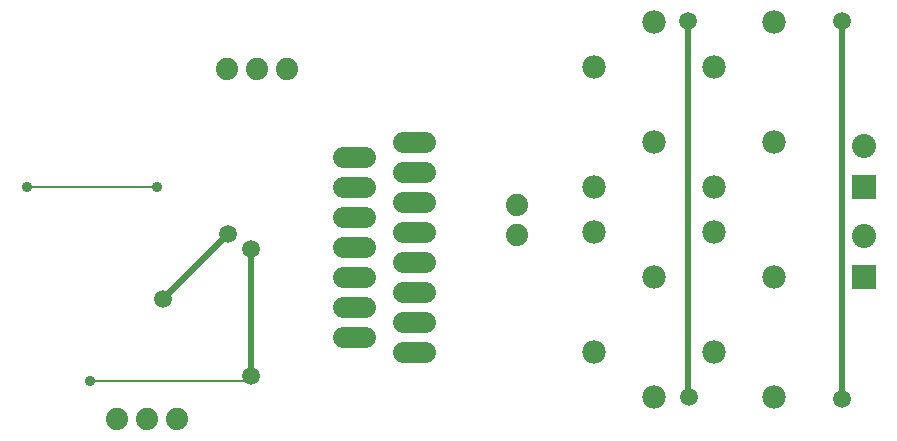
<source format=gbr>
G04 EAGLE Gerber RS-274X export*
G75*
%MOMM*%
%FSLAX34Y34*%
%LPD*%
%INBottom Copper*%
%IPPOS*%
%AMOC8*
5,1,8,0,0,1.08239X$1,22.5*%
G01*
%ADD10C,1.981200*%
%ADD11C,1.800000*%
%ADD12C,1.879600*%
%ADD13R,2.032000X2.032000*%
%ADD14C,2.032000*%
%ADD15C,1.500000*%
%ADD16C,0.508000*%
%ADD17C,0.906400*%
%ADD18C,0.200000*%
%ADD19C,0.406400*%


D10*
X647700Y228600D03*
X647700Y127000D03*
X596900Y266700D03*
X596900Y165100D03*
X596900Y304800D03*
X596900Y406400D03*
X647700Y342900D03*
X647700Y444500D03*
X546100Y127000D03*
X546100Y228600D03*
X495300Y165100D03*
X495300Y266700D03*
X495300Y406400D03*
X495300Y304800D03*
X546100Y444500D03*
X546100Y342900D03*
D11*
X301100Y254000D02*
X283100Y254000D01*
X333900Y266700D02*
X351900Y266700D01*
X301100Y279400D02*
X283100Y279400D01*
X333900Y292100D02*
X351900Y292100D01*
X301100Y304800D02*
X283100Y304800D01*
X333900Y317500D02*
X351900Y317500D01*
X351900Y241300D02*
X333900Y241300D01*
X301100Y228600D02*
X283100Y228600D01*
X333900Y215900D02*
X351900Y215900D01*
X301100Y203200D02*
X283100Y203200D01*
X333900Y190500D02*
X351900Y190500D01*
X301100Y330200D02*
X283100Y330200D01*
X333900Y342900D02*
X351900Y342900D01*
X301100Y177800D02*
X283100Y177800D01*
X333900Y165100D02*
X351900Y165100D01*
D12*
X142100Y108100D03*
X116700Y108100D03*
X91300Y108100D03*
D13*
X723900Y228600D03*
D14*
X723900Y263600D03*
D13*
X723900Y304800D03*
D14*
X723900Y339800D03*
D12*
X430000Y290000D03*
X430000Y264600D03*
X235000Y405000D03*
X209600Y405000D03*
X184200Y405000D03*
D15*
X575000Y445000D03*
X575310Y127000D03*
D16*
X575000Y127310D01*
X575000Y445000D01*
D15*
X205000Y145000D03*
D16*
X205000Y252730D01*
D17*
X125000Y305000D03*
D18*
X15000Y305000D01*
D17*
X15000Y305000D03*
X68580Y140970D03*
D18*
X200970Y140970D01*
X205000Y145000D01*
D15*
X205000Y252730D03*
X130000Y210000D03*
X185000Y265000D03*
D16*
X130000Y210000D01*
D15*
X705000Y445000D03*
D19*
X705000Y125880D02*
X704850Y125730D01*
D15*
X704850Y125730D03*
D16*
X705000Y125880D02*
X705000Y445000D01*
M02*

</source>
